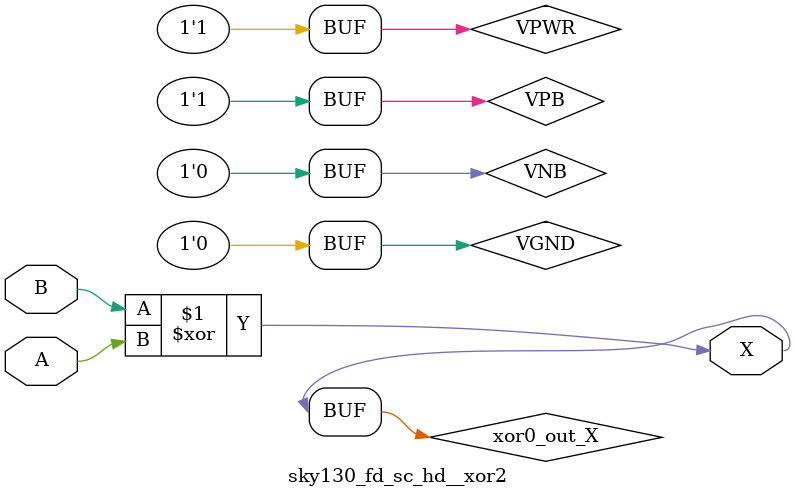
<source format=v>
/*
 * Copyright 2020 The SkyWater PDK Authors
 *
 * Licensed under the Apache License, Version 2.0 (the "License");
 * you may not use this file except in compliance with the License.
 * You may obtain a copy of the License at
 *
 *     https://www.apache.org/licenses/LICENSE-2.0
 *
 * Unless required by applicable law or agreed to in writing, software
 * distributed under the License is distributed on an "AS IS" BASIS,
 * WITHOUT WARRANTIES OR CONDITIONS OF ANY KIND, either express or implied.
 * See the License for the specific language governing permissions and
 * limitations under the License.
 *
 * SPDX-License-Identifier: Apache-2.0
*/


`ifndef SKY130_FD_SC_HD__XOR2_TIMING_V
`define SKY130_FD_SC_HD__XOR2_TIMING_V

/**
 * xor2: 2-input exclusive OR.
 *
 *       X = A ^ B
 *
 * Verilog simulation timing model.
 */

`timescale 1ns / 1ps
`default_nettype none

`celldefine
module sky130_fd_sc_hd__xor2 (
    X,
    A,
    B
);

    // Module ports
    output X;
    input  A;
    input  B;

    // Module supplies
    supply1 VPWR;
    supply0 VGND;
    supply1 VPB ;
    supply0 VNB ;

    // Local signals
    wire xor0_out_X;

    //  Name  Output      Other arguments
    xor xor0 (xor0_out_X, B, A           );
    buf buf0 (X         , xor0_out_X     );

endmodule
`endcelldefine

`default_nettype wire
`endif  // SKY130_FD_SC_HD__XOR2_TIMING_V

</source>
